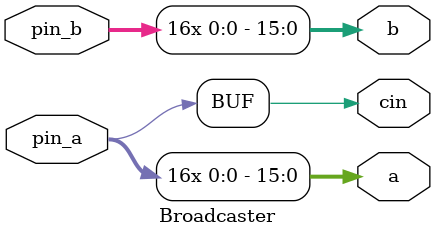
<source format=v>

module Broadcaster #(parameter N = 16) (input pin_a,
                                        input pin_b,
                                        output[N-1:0] a,
                                        output[N-1:0] b,
                                        output cin);
   assign cin = pin_a;
   genvar i;
   generate
      for(i = 0; i < N; i = i+1) begin
         assign a[i] = pin_a;
         assign b[i] = pin_b;
      end
   endgenerate
endmodule

</source>
